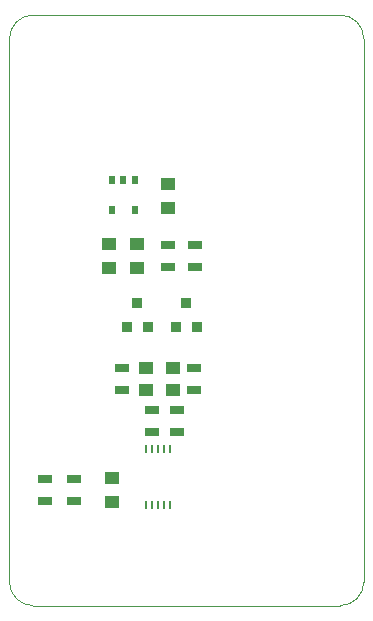
<source format=gbr>
G04 #@! TF.FileFunction,Paste,Top*
%FSLAX46Y46*%
G04 Gerber Fmt 4.6, Leading zero omitted, Abs format (unit mm)*
G04 Created by KiCad (PCBNEW 4.0.5-e0-6337~49~ubuntu16.04.1) date Sun Jan 29 14:29:01 2017*
%MOMM*%
%LPD*%
G01*
G04 APERTURE LIST*
%ADD10C,0.200000*%
%ADD11C,0.100000*%
%ADD12R,1.300000X1.100000*%
%ADD13R,1.300000X0.700000*%
%ADD14R,1.250000X1.000000*%
%ADD15R,0.508000X0.762000*%
%ADD16R,0.914400X0.914400*%
%ADD17R,0.180000X0.660000*%
G04 APERTURE END LIST*
D10*
D11*
X128000000Y-100000000D02*
G75*
G03X130000000Y-98000000I0J2000000D01*
G01*
X100000000Y-98000000D02*
G75*
G03X102000000Y-100000000I2000000J0D01*
G01*
X130000000Y-52000000D02*
G75*
G03X128000000Y-50000000I-2000000J0D01*
G01*
X102000000Y-50000000D02*
G75*
G03X100000000Y-52000000I0J-2000000D01*
G01*
X128000000Y-50000000D02*
X102000000Y-50000000D01*
X130000000Y-98000000D02*
X130000000Y-52000000D01*
X102000000Y-100000000D02*
X128000000Y-100000000D01*
X100000000Y-52000000D02*
X100000000Y-98000000D01*
D12*
X111550000Y-81750000D03*
X113850000Y-81750000D03*
X113850000Y-79850000D03*
X111550000Y-79850000D03*
D13*
X112100000Y-85300000D03*
X112100000Y-83400000D03*
X114200000Y-83400000D03*
X114200000Y-85300000D03*
X115600000Y-79850000D03*
X115600000Y-81750000D03*
X109500000Y-79850000D03*
X109500000Y-81750000D03*
X103000000Y-89250000D03*
X103000000Y-91150000D03*
X105500000Y-89250000D03*
X105500000Y-91150000D03*
X115700000Y-69450000D03*
X115700000Y-71350000D03*
X113400000Y-69450000D03*
X113400000Y-71350000D03*
D14*
X108700000Y-89200000D03*
X108700000Y-91200000D03*
X110800000Y-69400000D03*
X110800000Y-71400000D03*
X108450000Y-69400000D03*
X108450000Y-71400000D03*
X113450000Y-64300000D03*
X113450000Y-66300000D03*
D15*
X110602500Y-63980000D03*
X108697500Y-63980000D03*
X110602500Y-66520000D03*
X109650000Y-63980000D03*
X108697500Y-66520000D03*
D16*
X115839000Y-76416000D03*
X114061000Y-76416000D03*
X114950000Y-74384000D03*
X111689000Y-76416000D03*
X109911000Y-76416000D03*
X110800000Y-74384000D03*
D17*
X113600000Y-86750000D03*
X113100000Y-86750000D03*
X112600000Y-86750000D03*
X112100000Y-86750000D03*
X111600000Y-86750000D03*
X111584000Y-91450000D03*
X112092000Y-91450000D03*
X112600000Y-91450000D03*
X113108000Y-91450000D03*
X113616000Y-91450000D03*
M02*

</source>
